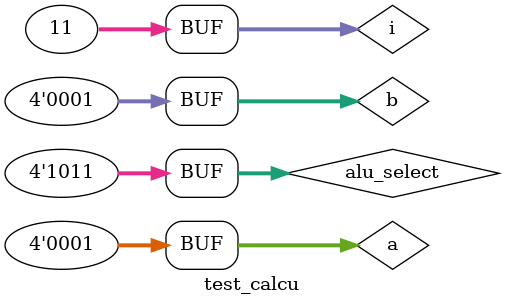
<source format=sv>

module test_calcu;
	parameter WIDTH = 4;

	logic [WIDTH-1:0] a,b,alu_select, result, flags;
	integer i;
	
	
	top #(.N(WIDTH)) calcu(a,b,alu_select,result,flags);
	
	initial begin
		a = 1;
		b = 1;
		alu_select = 0;
		
		for (i=0; i<= 10; i=i+1)
			begin
				alu_select = alu_select + 1;
				#10;
			end
		end
endmodule
</source>
